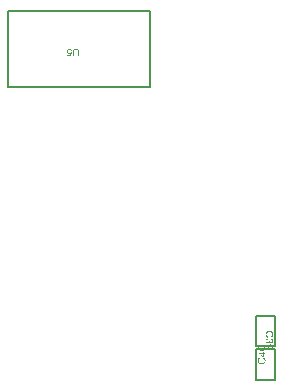
<source format=gbr>
%TF.GenerationSoftware,Altium Limited,Altium Designer,24.7.2 (38)*%
G04 Layer_Color=32896*
%FSLAX45Y45*%
%MOMM*%
%TF.SameCoordinates,313A2AA4-CFAA-4B56-AAC7-ADE98D6BBF51*%
%TF.FilePolarity,Positive*%
%TF.FileFunction,Other,Top_Assembly*%
%TF.Part,Single*%
G01*
G75*
%TA.AperFunction,NonConductor*%
%ADD62C,0.20000*%
G36*
X4767730Y3827732D02*
X4768840D01*
X4770042Y3827640D01*
X4771336Y3827547D01*
X4774294Y3827270D01*
X4777346Y3826807D01*
X4780304Y3826253D01*
X4781691Y3825883D01*
X4783078Y3825421D01*
X4783170D01*
X4783355Y3825328D01*
X4783725Y3825143D01*
X4784187Y3824958D01*
X4784834Y3824773D01*
X4785482Y3824404D01*
X4787053Y3823664D01*
X4788718Y3822739D01*
X4790567Y3821537D01*
X4792231Y3820151D01*
X4793803Y3818486D01*
Y3818394D01*
X4793988Y3818301D01*
X4794173Y3818024D01*
X4794357Y3817654D01*
X4794635Y3817192D01*
X4795005Y3816730D01*
X4795652Y3815343D01*
X4796299Y3813679D01*
X4796946Y3811737D01*
X4797316Y3809426D01*
X4797501Y3806929D01*
Y3806005D01*
X4797408Y3805358D01*
X4797316Y3804618D01*
X4797131Y3803693D01*
X4796946Y3802676D01*
X4796669Y3801567D01*
X4796299Y3800457D01*
X4795929Y3799256D01*
X4795374Y3798054D01*
X4794727Y3796852D01*
X4793988Y3795650D01*
X4793063Y3794448D01*
X4792046Y3793338D01*
X4790937Y3792321D01*
X4790844Y3792229D01*
X4790567Y3792044D01*
X4790104Y3791767D01*
X4789365Y3791304D01*
X4788533Y3790842D01*
X4787423Y3790380D01*
X4786129Y3789733D01*
X4784650Y3789178D01*
X4782985Y3788623D01*
X4781044Y3788068D01*
X4778917Y3787514D01*
X4776513Y3787051D01*
X4773925Y3786589D01*
X4771151Y3786312D01*
X4768100Y3786127D01*
X4764864Y3786034D01*
X4764772D01*
X4764402D01*
X4763755D01*
X4763015D01*
X4761998Y3786127D01*
X4760888D01*
X4759686Y3786219D01*
X4758300Y3786312D01*
X4755433Y3786589D01*
X4752382Y3787051D01*
X4749331Y3787606D01*
X4747945Y3787976D01*
X4746558Y3788346D01*
X4746465D01*
X4746280Y3788438D01*
X4745910Y3788623D01*
X4745448Y3788808D01*
X4744801Y3788993D01*
X4744154Y3789363D01*
X4742582Y3790102D01*
X4740918Y3791027D01*
X4739161Y3792229D01*
X4737405Y3793616D01*
X4735925Y3795280D01*
Y3795372D01*
X4735740Y3795465D01*
X4735555Y3795742D01*
X4735371Y3796112D01*
X4735001Y3796574D01*
X4734723Y3797129D01*
X4733984Y3798516D01*
X4733336Y3800180D01*
X4732689Y3802122D01*
X4732319Y3804433D01*
X4732135Y3806929D01*
Y3807761D01*
X4732227Y3808779D01*
X4732412Y3809980D01*
X4732689Y3811367D01*
X4733059Y3812847D01*
X4733521Y3814418D01*
X4734261Y3815898D01*
Y3815990D01*
X4734353Y3816083D01*
X4734631Y3816545D01*
X4735093Y3817284D01*
X4735740Y3818209D01*
X4736665Y3819226D01*
X4737682Y3820336D01*
X4738884Y3821353D01*
X4740271Y3822370D01*
X4740456Y3822462D01*
X4740918Y3822832D01*
X4741750Y3823202D01*
X4742952Y3823849D01*
X4744339Y3824404D01*
X4745910Y3825143D01*
X4747760Y3825790D01*
X4749794Y3826345D01*
X4749886D01*
X4750071Y3826438D01*
X4750348Y3826530D01*
X4750811Y3826623D01*
X4751365Y3826715D01*
X4752013Y3826807D01*
X4752845Y3826992D01*
X4753769Y3827085D01*
X4754786Y3827270D01*
X4755896Y3827362D01*
X4757190Y3827455D01*
X4758485Y3827640D01*
X4759964Y3827732D01*
X4761443D01*
X4763107Y3827824D01*
X4764864D01*
X4764956D01*
X4765326D01*
X4765973D01*
X4766713D01*
X4767730Y3827732D01*
D02*
G37*
G36*
X4781044Y3769300D02*
X4796391D01*
Y3761441D01*
X4781044D01*
Y3733612D01*
X4773832D01*
X4732412Y3762920D01*
Y3769300D01*
X4773832D01*
Y3777991D01*
X4781044D01*
Y3769300D01*
D02*
G37*
G36*
X4776606Y3728989D02*
X4777161Y3728804D01*
X4777900Y3728527D01*
X4778732Y3728249D01*
X4779749Y3727880D01*
X4780859Y3727417D01*
X4782061Y3726862D01*
X4784650Y3725568D01*
X4787238Y3723904D01*
X4788533Y3722887D01*
X4789827Y3721870D01*
X4790937Y3720760D01*
X4792046Y3719466D01*
X4792138Y3719374D01*
X4792323Y3719189D01*
X4792508Y3718726D01*
X4792878Y3718264D01*
X4793340Y3717524D01*
X4793803Y3716785D01*
X4794265Y3715768D01*
X4794727Y3714751D01*
X4795282Y3713549D01*
X4795744Y3712254D01*
X4796207Y3710868D01*
X4796669Y3709388D01*
X4797039Y3707817D01*
X4797224Y3706152D01*
X4797408Y3704396D01*
X4797501Y3702547D01*
Y3701530D01*
X4797408Y3700790D01*
Y3699958D01*
X4797316Y3698941D01*
X4797131Y3697831D01*
X4796946Y3696537D01*
X4796484Y3693856D01*
X4795744Y3691082D01*
X4794727Y3688308D01*
X4794080Y3687014D01*
X4793340Y3685720D01*
X4793248Y3685627D01*
X4793156Y3685442D01*
X4792878Y3685072D01*
X4792508Y3684703D01*
X4792138Y3684148D01*
X4791584Y3683501D01*
X4790937Y3682761D01*
X4790197Y3682021D01*
X4789365Y3681282D01*
X4788533Y3680450D01*
X4786406Y3678785D01*
X4783910Y3677214D01*
X4781136Y3675827D01*
X4781044D01*
X4780766Y3675642D01*
X4780304Y3675549D01*
X4779749Y3675272D01*
X4779010Y3675087D01*
X4778085Y3674810D01*
X4777068Y3674440D01*
X4775959Y3674163D01*
X4774757Y3673885D01*
X4773370Y3673515D01*
X4770504Y3673053D01*
X4767268Y3672683D01*
X4763939Y3672498D01*
X4763847D01*
X4763477D01*
X4762922D01*
X4762275Y3672591D01*
X4761351D01*
X4760426Y3672683D01*
X4759224Y3672776D01*
X4758022Y3672961D01*
X4755341Y3673423D01*
X4752382Y3674070D01*
X4749424Y3674995D01*
X4746558Y3676289D01*
X4746465Y3676382D01*
X4746188Y3676474D01*
X4745818Y3676659D01*
X4745356Y3677029D01*
X4744709Y3677399D01*
X4743969Y3677861D01*
X4742305Y3679063D01*
X4740456Y3680634D01*
X4738606Y3682484D01*
X4736757Y3684610D01*
X4735186Y3687106D01*
X4735093Y3687199D01*
X4735001Y3687476D01*
X4734816Y3687846D01*
X4734538Y3688308D01*
X4734261Y3689048D01*
X4733984Y3689788D01*
X4733614Y3690712D01*
X4733244Y3691729D01*
X4732874Y3692839D01*
X4732504Y3694041D01*
X4731950Y3696629D01*
X4731487Y3699588D01*
X4731302Y3702639D01*
Y3703564D01*
X4731395Y3704211D01*
X4731487Y3705043D01*
X4731580Y3706060D01*
X4731672Y3707077D01*
X4731950Y3708279D01*
X4732504Y3710775D01*
X4733336Y3713549D01*
X4733891Y3714936D01*
X4734538Y3716230D01*
X4735371Y3717524D01*
X4736203Y3718819D01*
X4736295Y3718911D01*
X4736388Y3719096D01*
X4736665Y3719466D01*
X4737127Y3719928D01*
X4737589Y3720391D01*
X4738237Y3721038D01*
X4738976Y3721685D01*
X4739716Y3722425D01*
X4740641Y3723164D01*
X4741750Y3723904D01*
X4742859Y3724736D01*
X4744061Y3725476D01*
X4745448Y3726123D01*
X4746835Y3726862D01*
X4748314Y3727417D01*
X4749979Y3727972D01*
X4751920Y3719651D01*
X4751828D01*
X4751643Y3719558D01*
X4751273Y3719374D01*
X4750811Y3719189D01*
X4750256Y3719004D01*
X4749516Y3718726D01*
X4748037Y3717987D01*
X4746373Y3717062D01*
X4744709Y3715953D01*
X4743137Y3714566D01*
X4741750Y3713087D01*
X4741565Y3712902D01*
X4741195Y3712347D01*
X4740733Y3711422D01*
X4740086Y3710220D01*
X4739531Y3708649D01*
X4738976Y3706892D01*
X4738606Y3704766D01*
X4738514Y3702454D01*
Y3701714D01*
X4738606Y3701252D01*
Y3700605D01*
X4738699Y3699865D01*
X4738976Y3698109D01*
X4739346Y3696167D01*
X4739993Y3694133D01*
X4740918Y3692007D01*
X4742120Y3690065D01*
Y3689973D01*
X4742305Y3689880D01*
X4742767Y3689233D01*
X4743507Y3688401D01*
X4744616Y3687384D01*
X4746003Y3686182D01*
X4747575Y3685072D01*
X4749516Y3684055D01*
X4751643Y3683131D01*
X4751735D01*
X4751920Y3683038D01*
X4752198Y3682946D01*
X4752660Y3682853D01*
X4753215Y3682669D01*
X4753862Y3682484D01*
X4755433Y3682206D01*
X4757283Y3681836D01*
X4759317Y3681467D01*
X4761536Y3681282D01*
X4763939Y3681189D01*
X4764032D01*
X4764309D01*
X4764772D01*
X4765326D01*
X4765973Y3681282D01*
X4766806D01*
X4767730Y3681374D01*
X4768747Y3681467D01*
X4770966Y3681744D01*
X4773370Y3682206D01*
X4775774Y3682761D01*
X4778178Y3683501D01*
X4778270D01*
X4778455Y3683593D01*
X4778732Y3683778D01*
X4779195Y3683963D01*
X4780304Y3684518D01*
X4781599Y3685350D01*
X4783078Y3686367D01*
X4784650Y3687661D01*
X4786036Y3689140D01*
X4787331Y3690897D01*
Y3690990D01*
X4787423Y3691174D01*
X4787608Y3691452D01*
X4787793Y3691822D01*
X4787978Y3692284D01*
X4788255Y3692839D01*
X4788810Y3694133D01*
X4789365Y3695797D01*
X4789827Y3697646D01*
X4790197Y3699680D01*
X4790289Y3701807D01*
Y3702454D01*
X4790197Y3703009D01*
Y3703656D01*
X4790104Y3704303D01*
X4789735Y3705967D01*
X4789272Y3707909D01*
X4788533Y3709851D01*
X4787516Y3711885D01*
X4786961Y3712902D01*
X4786221Y3713826D01*
X4786129Y3713919D01*
X4786036Y3714011D01*
X4785759Y3714288D01*
X4785482Y3714658D01*
X4785019Y3715028D01*
X4784465Y3715490D01*
X4783910Y3716045D01*
X4783170Y3716507D01*
X4782338Y3717062D01*
X4781414Y3717709D01*
X4780489Y3718264D01*
X4779380Y3718819D01*
X4778178Y3719281D01*
X4776883Y3719743D01*
X4775496Y3720206D01*
X4774017Y3720575D01*
X4776144Y3729081D01*
X4776236D01*
X4776606Y3728989D01*
D02*
G37*
G36*
X4832724Y3952408D02*
X4833649D01*
X4834574Y3952316D01*
X4835775Y3952223D01*
X4836977Y3952039D01*
X4839659Y3951576D01*
X4842617Y3950929D01*
X4845576Y3950005D01*
X4848442Y3948710D01*
X4848534Y3948618D01*
X4848812Y3948525D01*
X4849182Y3948340D01*
X4849644Y3947971D01*
X4850291Y3947601D01*
X4851031Y3947138D01*
X4852695Y3945936D01*
X4854544Y3944365D01*
X4856393Y3942516D01*
X4858242Y3940389D01*
X4859814Y3937893D01*
X4859906Y3937800D01*
X4859999Y3937523D01*
X4860184Y3937153D01*
X4860461Y3936691D01*
X4860739Y3935951D01*
X4861016Y3935212D01*
X4861386Y3934287D01*
X4861756Y3933270D01*
X4862125Y3932161D01*
X4862495Y3930959D01*
X4863050Y3928370D01*
X4863512Y3925411D01*
X4863697Y3922360D01*
Y3921436D01*
X4863605Y3920788D01*
X4863512Y3919956D01*
X4863420Y3918939D01*
X4863327Y3917922D01*
X4863050Y3916720D01*
X4862495Y3914224D01*
X4861663Y3911450D01*
X4861108Y3910064D01*
X4860461Y3908769D01*
X4859629Y3907475D01*
X4858797Y3906180D01*
X4858705Y3906088D01*
X4858612Y3905903D01*
X4858335Y3905533D01*
X4857872Y3905071D01*
X4857410Y3904609D01*
X4856763Y3903961D01*
X4856023Y3903314D01*
X4855284Y3902575D01*
X4854359Y3901835D01*
X4853250Y3901095D01*
X4852140Y3900263D01*
X4850938Y3899524D01*
X4849551Y3898876D01*
X4848165Y3898137D01*
X4846685Y3897582D01*
X4845021Y3897027D01*
X4843079Y3905348D01*
X4843172D01*
X4843357Y3905441D01*
X4843727Y3905626D01*
X4844189Y3905811D01*
X4844744Y3905995D01*
X4845483Y3906273D01*
X4846963Y3907013D01*
X4848627Y3907937D01*
X4850291Y3909047D01*
X4851863Y3910433D01*
X4853250Y3911913D01*
X4853435Y3912098D01*
X4853804Y3912652D01*
X4854267Y3913577D01*
X4854914Y3914779D01*
X4855469Y3916351D01*
X4856023Y3918107D01*
X4856393Y3920234D01*
X4856486Y3922545D01*
Y3923285D01*
X4856393Y3923747D01*
Y3924394D01*
X4856301Y3925134D01*
X4856023Y3926891D01*
X4855653Y3928832D01*
X4855006Y3930866D01*
X4854082Y3932993D01*
X4852880Y3934934D01*
Y3935027D01*
X4852695Y3935119D01*
X4852233Y3935766D01*
X4851493Y3936598D01*
X4850383Y3937615D01*
X4848997Y3938817D01*
X4847425Y3939927D01*
X4845483Y3940944D01*
X4843357Y3941868D01*
X4843264D01*
X4843079Y3941961D01*
X4842802Y3942053D01*
X4842340Y3942146D01*
X4841785Y3942331D01*
X4841138Y3942516D01*
X4839566Y3942793D01*
X4837717Y3943163D01*
X4835683Y3943533D01*
X4833464Y3943718D01*
X4831060Y3943810D01*
X4830968D01*
X4830690D01*
X4830228D01*
X4829673D01*
X4829026Y3943718D01*
X4828194D01*
X4827269Y3943625D01*
X4826252Y3943533D01*
X4824034Y3943255D01*
X4821630Y3942793D01*
X4819226Y3942238D01*
X4816822Y3941499D01*
X4816730D01*
X4816545Y3941406D01*
X4816267Y3941221D01*
X4815805Y3941036D01*
X4814695Y3940482D01*
X4813401Y3939649D01*
X4811922Y3938632D01*
X4810350Y3937338D01*
X4808963Y3935859D01*
X4807669Y3934102D01*
Y3934010D01*
X4807576Y3933825D01*
X4807391Y3933547D01*
X4807207Y3933178D01*
X4807022Y3932715D01*
X4806744Y3932161D01*
X4806190Y3930866D01*
X4805635Y3929202D01*
X4805173Y3927353D01*
X4804803Y3925319D01*
X4804710Y3923192D01*
Y3922545D01*
X4804803Y3921990D01*
Y3921343D01*
X4804895Y3920696D01*
X4805265Y3919032D01*
X4805727Y3917090D01*
X4806467Y3915149D01*
X4807484Y3913115D01*
X4808039Y3912098D01*
X4808778Y3911173D01*
X4808871Y3911081D01*
X4808963Y3910988D01*
X4809241Y3910711D01*
X4809518Y3910341D01*
X4809980Y3909971D01*
X4810535Y3909509D01*
X4811090Y3908954D01*
X4811829Y3908492D01*
X4812661Y3907937D01*
X4813586Y3907290D01*
X4814511Y3906735D01*
X4815620Y3906180D01*
X4816822Y3905718D01*
X4818116Y3905256D01*
X4819503Y3904794D01*
X4820982Y3904424D01*
X4818856Y3895918D01*
X4818764D01*
X4818394Y3896010D01*
X4817839Y3896195D01*
X4817099Y3896473D01*
X4816267Y3896750D01*
X4815250Y3897120D01*
X4814141Y3897582D01*
X4812939Y3898137D01*
X4810350Y3899431D01*
X4807761Y3901095D01*
X4806467Y3902112D01*
X4805173Y3903129D01*
X4804063Y3904239D01*
X4802954Y3905533D01*
X4802861Y3905626D01*
X4802676Y3905811D01*
X4802491Y3906273D01*
X4802121Y3906735D01*
X4801659Y3907475D01*
X4801197Y3908214D01*
X4800735Y3909231D01*
X4800272Y3910248D01*
X4799718Y3911450D01*
X4799255Y3912745D01*
X4798793Y3914132D01*
X4798331Y3915611D01*
X4797961Y3917183D01*
X4797776Y3918847D01*
X4797591Y3920604D01*
X4797499Y3922453D01*
Y3923470D01*
X4797591Y3924209D01*
Y3925041D01*
X4797684Y3926058D01*
X4797868Y3927168D01*
X4798053Y3928462D01*
X4798516Y3931144D01*
X4799255Y3933917D01*
X4800272Y3936691D01*
X4800920Y3937985D01*
X4801659Y3939280D01*
X4801752Y3939372D01*
X4801844Y3939557D01*
X4802121Y3939927D01*
X4802491Y3940297D01*
X4802861Y3940851D01*
X4803416Y3941499D01*
X4804063Y3942238D01*
X4804803Y3942978D01*
X4805635Y3943718D01*
X4806467Y3944550D01*
X4808593Y3946214D01*
X4811090Y3947786D01*
X4813863Y3949172D01*
X4813956D01*
X4814233Y3949357D01*
X4814695Y3949450D01*
X4815250Y3949727D01*
X4815990Y3949912D01*
X4816914Y3950189D01*
X4817931Y3950559D01*
X4819041Y3950837D01*
X4820243Y3951114D01*
X4821630Y3951484D01*
X4824496Y3951946D01*
X4827732Y3952316D01*
X4831060Y3952501D01*
X4831153D01*
X4831522D01*
X4832077D01*
X4832724Y3952408D01*
D02*
G37*
G36*
X4816545Y3880755D02*
X4816452D01*
X4816267Y3880663D01*
X4815897Y3880570D01*
X4815435Y3880478D01*
X4814880Y3880385D01*
X4814233Y3880200D01*
X4812846Y3879738D01*
X4811182Y3879091D01*
X4809610Y3878259D01*
X4808131Y3877334D01*
X4806837Y3876225D01*
X4806744Y3876040D01*
X4806374Y3875670D01*
X4805912Y3874930D01*
X4805450Y3874006D01*
X4804895Y3872896D01*
X4804433Y3871509D01*
X4804063Y3869938D01*
X4803971Y3868273D01*
Y3867719D01*
X4804063Y3867349D01*
X4804155Y3866332D01*
X4804433Y3865037D01*
X4804895Y3863558D01*
X4805542Y3861986D01*
X4806467Y3860415D01*
X4807761Y3858935D01*
X4807946Y3858750D01*
X4808501Y3858288D01*
X4809333Y3857733D01*
X4810442Y3856994D01*
X4811829Y3856254D01*
X4813401Y3855699D01*
X4815250Y3855237D01*
X4817284Y3855052D01*
X4817377D01*
X4817562D01*
X4817839D01*
X4818209Y3855145D01*
X4819226Y3855237D01*
X4820428Y3855515D01*
X4821907Y3855884D01*
X4823386Y3856532D01*
X4824866Y3857456D01*
X4826252Y3858658D01*
X4826437Y3858843D01*
X4826807Y3859305D01*
X4827362Y3860045D01*
X4828009Y3861062D01*
X4828656Y3862356D01*
X4829211Y3863928D01*
X4829581Y3865685D01*
X4829766Y3867626D01*
Y3868458D01*
X4829673Y3869106D01*
X4829581Y3869938D01*
X4829396Y3870862D01*
X4829211Y3871972D01*
X4828934Y3873174D01*
X4835868Y3872249D01*
Y3871787D01*
X4835775Y3871417D01*
Y3870215D01*
X4835960Y3869198D01*
X4836145Y3867996D01*
X4836423Y3866609D01*
X4836885Y3865037D01*
X4837532Y3863558D01*
X4838364Y3861986D01*
Y3861894D01*
X4838457Y3861802D01*
X4838826Y3861339D01*
X4839474Y3860692D01*
X4840306Y3859952D01*
X4841508Y3859213D01*
X4842895Y3858566D01*
X4844466Y3858103D01*
X4845391Y3857918D01*
X4846408D01*
X4846500D01*
X4846593D01*
X4847148D01*
X4847887Y3858103D01*
X4848904Y3858288D01*
X4850014Y3858658D01*
X4851216Y3859120D01*
X4852418Y3859860D01*
X4853527Y3860877D01*
X4853619Y3860969D01*
X4853989Y3861432D01*
X4854452Y3862079D01*
X4855006Y3862911D01*
X4855469Y3864020D01*
X4855931Y3865315D01*
X4856301Y3866794D01*
X4856393Y3868458D01*
Y3869198D01*
X4856208Y3870030D01*
X4856023Y3871140D01*
X4855653Y3872342D01*
X4855191Y3873543D01*
X4854452Y3874838D01*
X4853527Y3876040D01*
X4853435Y3876132D01*
X4852972Y3876502D01*
X4852325Y3877057D01*
X4851401Y3877704D01*
X4850199Y3878351D01*
X4848719Y3878998D01*
X4846963Y3879553D01*
X4844929Y3879923D01*
X4846315Y3887782D01*
X4846408D01*
X4846685Y3887689D01*
X4847055Y3887597D01*
X4847610Y3887504D01*
X4848257Y3887319D01*
X4848997Y3887042D01*
X4850753Y3886487D01*
X4852787Y3885563D01*
X4854821Y3884453D01*
X4856763Y3883066D01*
X4858520Y3881310D01*
X4858612Y3881217D01*
X4858705Y3881032D01*
X4858889Y3880755D01*
X4859167Y3880385D01*
X4859537Y3879923D01*
X4859906Y3879276D01*
X4860276Y3878629D01*
X4860739Y3877796D01*
X4861478Y3875947D01*
X4862218Y3873821D01*
X4862680Y3871324D01*
X4862865Y3870030D01*
Y3867719D01*
X4862773Y3866702D01*
X4862588Y3865500D01*
X4862310Y3864020D01*
X4861848Y3862356D01*
X4861293Y3860692D01*
X4860554Y3859028D01*
Y3858935D01*
X4860461Y3858843D01*
X4860184Y3858288D01*
X4859629Y3857456D01*
X4858982Y3856532D01*
X4858057Y3855422D01*
X4857040Y3854313D01*
X4855838Y3853203D01*
X4854452Y3852279D01*
X4854267Y3852186D01*
X4853804Y3851909D01*
X4852972Y3851539D01*
X4851955Y3851077D01*
X4850753Y3850614D01*
X4849366Y3850245D01*
X4847795Y3849967D01*
X4846223Y3849875D01*
X4846038D01*
X4845483D01*
X4844744Y3849967D01*
X4843727Y3850152D01*
X4842525Y3850429D01*
X4841230Y3850892D01*
X4839936Y3851446D01*
X4838642Y3852186D01*
X4838457Y3852279D01*
X4838087Y3852556D01*
X4837440Y3853111D01*
X4836700Y3853850D01*
X4835868Y3854775D01*
X4834943Y3855884D01*
X4834111Y3857179D01*
X4833279Y3858750D01*
Y3858658D01*
X4833187Y3858473D01*
X4833094Y3858196D01*
X4833002Y3857826D01*
X4832632Y3856809D01*
X4832077Y3855515D01*
X4831338Y3854035D01*
X4830413Y3852556D01*
X4829211Y3851169D01*
X4827824Y3849875D01*
X4827639Y3849782D01*
X4827085Y3849412D01*
X4826160Y3848858D01*
X4824958Y3848303D01*
X4823479Y3847748D01*
X4821722Y3847193D01*
X4819688Y3846824D01*
X4817469Y3846731D01*
X4817377D01*
X4817099D01*
X4816637D01*
X4816082Y3846824D01*
X4815343Y3846916D01*
X4814511Y3847101D01*
X4813586Y3847286D01*
X4812569Y3847471D01*
X4810350Y3848210D01*
X4809148Y3848765D01*
X4808039Y3849320D01*
X4806837Y3850060D01*
X4805635Y3850892D01*
X4804433Y3851816D01*
X4803323Y3852926D01*
X4803231Y3853018D01*
X4803046Y3853203D01*
X4802769Y3853573D01*
X4802399Y3854035D01*
X4801937Y3854590D01*
X4801474Y3855330D01*
X4800920Y3856162D01*
X4800457Y3857179D01*
X4799903Y3858196D01*
X4799348Y3859398D01*
X4798886Y3860600D01*
X4798423Y3861986D01*
X4798053Y3863466D01*
X4797776Y3865037D01*
X4797591Y3866609D01*
X4797499Y3868366D01*
Y3869198D01*
X4797591Y3869753D01*
X4797684Y3870492D01*
X4797776Y3871324D01*
X4797961Y3872249D01*
X4798146Y3873266D01*
X4798701Y3875485D01*
X4799625Y3877796D01*
X4800180Y3878998D01*
X4800827Y3880108D01*
X4801659Y3881217D01*
X4802491Y3882327D01*
X4802584Y3882419D01*
X4802769Y3882604D01*
X4803046Y3882881D01*
X4803416Y3883159D01*
X4803878Y3883621D01*
X4804525Y3884083D01*
X4805173Y3884638D01*
X4806005Y3885193D01*
X4806929Y3885748D01*
X4807854Y3886302D01*
X4810073Y3887319D01*
X4812661Y3888151D01*
X4814048Y3888429D01*
X4815528Y3888614D01*
X4816545Y3880755D01*
D02*
G37*
G36*
X4842802Y3838872D02*
X4843634Y3838780D01*
X4844651Y3838688D01*
X4845668Y3838503D01*
X4846870Y3838225D01*
X4849274Y3837578D01*
X4850568Y3837116D01*
X4851955Y3836561D01*
X4853250Y3835914D01*
X4854452Y3835082D01*
X4855746Y3834250D01*
X4856855Y3833233D01*
X4856948Y3833140D01*
X4857133Y3832955D01*
X4857410Y3832678D01*
X4857780Y3832216D01*
X4858242Y3831661D01*
X4858797Y3830921D01*
X4859259Y3830182D01*
X4859906Y3829257D01*
X4860461Y3828332D01*
X4860923Y3827223D01*
X4861940Y3824727D01*
X4862310Y3823432D01*
X4862588Y3821953D01*
X4862773Y3820474D01*
X4862865Y3818902D01*
Y3818255D01*
X4862773Y3817792D01*
Y3817330D01*
X4862680Y3816683D01*
X4862403Y3815111D01*
X4862033Y3813355D01*
X4861386Y3811413D01*
X4860554Y3809471D01*
X4859444Y3807530D01*
Y3807437D01*
X4859259Y3807345D01*
X4859074Y3807068D01*
X4858797Y3806698D01*
X4858057Y3805773D01*
X4857040Y3804571D01*
X4855653Y3803369D01*
X4853989Y3801982D01*
X4852048Y3800781D01*
X4849829Y3799671D01*
X4849736D01*
X4849551Y3799579D01*
X4849182Y3799394D01*
X4848719Y3799209D01*
X4848072Y3799024D01*
X4847240Y3798747D01*
X4846315Y3798562D01*
X4845298Y3798284D01*
X4844096Y3798007D01*
X4842710Y3797730D01*
X4841230Y3797545D01*
X4839659Y3797360D01*
X4837902Y3797175D01*
X4836053Y3796990D01*
X4834019Y3796897D01*
X4831892D01*
X4831800D01*
X4831338D01*
X4830690D01*
X4829858D01*
X4828841Y3796990D01*
X4827639D01*
X4826252Y3797082D01*
X4824866Y3797267D01*
X4821722Y3797545D01*
X4818394Y3798007D01*
X4815250Y3798654D01*
X4813678Y3799116D01*
X4812292Y3799579D01*
X4812199D01*
X4812014Y3799671D01*
X4811644Y3799856D01*
X4811090Y3800041D01*
X4810535Y3800318D01*
X4809795Y3800688D01*
X4808224Y3801613D01*
X4806467Y3802722D01*
X4804618Y3804017D01*
X4802861Y3805681D01*
X4801289Y3807530D01*
Y3807622D01*
X4801104Y3807807D01*
X4800920Y3808085D01*
X4800735Y3808454D01*
X4800457Y3809009D01*
X4800087Y3809564D01*
X4799718Y3810304D01*
X4799440Y3811043D01*
X4798701Y3812800D01*
X4798053Y3814926D01*
X4797684Y3817238D01*
X4797499Y3819826D01*
Y3820566D01*
X4797591Y3821028D01*
Y3821676D01*
X4797684Y3822415D01*
X4798053Y3824172D01*
X4798516Y3826114D01*
X4799255Y3828148D01*
X4800272Y3830182D01*
X4800920Y3831199D01*
X4801659Y3832123D01*
X4801752Y3832216D01*
X4801844Y3832308D01*
X4802121Y3832585D01*
X4802399Y3832863D01*
X4802861Y3833233D01*
X4803416Y3833695D01*
X4804710Y3834619D01*
X4806374Y3835544D01*
X4808408Y3836469D01*
X4810720Y3837208D01*
X4813401Y3837763D01*
X4814048Y3830182D01*
X4813956D01*
X4813771Y3830089D01*
X4813586D01*
X4813216Y3829997D01*
X4812199Y3829719D01*
X4811090Y3829349D01*
X4809795Y3828887D01*
X4808501Y3828240D01*
X4807299Y3827500D01*
X4806282Y3826576D01*
X4806190Y3826483D01*
X4805912Y3826114D01*
X4805542Y3825466D01*
X4805173Y3824727D01*
X4804710Y3823710D01*
X4804340Y3822508D01*
X4804063Y3821121D01*
X4803971Y3819642D01*
Y3818994D01*
X4804063Y3818347D01*
X4804155Y3817515D01*
X4804340Y3816498D01*
X4804618Y3815481D01*
X4804988Y3814372D01*
X4805542Y3813355D01*
X4805635Y3813262D01*
X4805820Y3812892D01*
X4806190Y3812338D01*
X4806744Y3811783D01*
X4807391Y3811043D01*
X4808131Y3810304D01*
X4808963Y3809564D01*
X4809980Y3808824D01*
X4810073Y3808732D01*
X4810535Y3808547D01*
X4811182Y3808177D01*
X4812014Y3807807D01*
X4813124Y3807345D01*
X4814418Y3806883D01*
X4815897Y3806420D01*
X4817562Y3805958D01*
X4817654D01*
X4817747Y3805866D01*
X4818024D01*
X4818394Y3805773D01*
X4819318Y3805588D01*
X4820520Y3805311D01*
X4821999Y3805126D01*
X4823571Y3804941D01*
X4825328Y3804849D01*
X4827177Y3804756D01*
X4827269D01*
X4827547D01*
X4828009D01*
X4828749D01*
X4828564Y3804849D01*
X4828102Y3805218D01*
X4827454Y3805773D01*
X4826530Y3806420D01*
X4825605Y3807345D01*
X4824588Y3808454D01*
X4823571Y3809749D01*
X4822647Y3811228D01*
X4822554Y3811413D01*
X4822277Y3811968D01*
X4821907Y3812800D01*
X4821537Y3813817D01*
X4821075Y3815204D01*
X4820705Y3816683D01*
X4820428Y3818347D01*
X4820335Y3820104D01*
Y3820844D01*
X4820428Y3821398D01*
X4820520Y3822138D01*
X4820613Y3822878D01*
X4820798Y3823802D01*
X4821075Y3824727D01*
X4821722Y3826853D01*
X4822184Y3827963D01*
X4822739Y3829072D01*
X4823386Y3830274D01*
X4824218Y3831383D01*
X4825051Y3832493D01*
X4826068Y3833510D01*
X4826160Y3833602D01*
X4826345Y3833787D01*
X4826622Y3833972D01*
X4827085Y3834342D01*
X4827732Y3834804D01*
X4828379Y3835267D01*
X4829211Y3835729D01*
X4830136Y3836191D01*
X4831153Y3836746D01*
X4832262Y3837208D01*
X4833556Y3837671D01*
X4834851Y3838133D01*
X4836330Y3838503D01*
X4837902Y3838688D01*
X4839474Y3838872D01*
X4841230Y3838965D01*
X4841323D01*
X4841693D01*
X4842155D01*
X4842802Y3838872D01*
D02*
G37*
G36*
X3138749Y6342408D02*
X3139489Y6342316D01*
X3140321Y6342224D01*
X3141338Y6342131D01*
X3142355Y6341854D01*
X3144666Y6341299D01*
X3146978Y6340467D01*
X3148180Y6339912D01*
X3149382Y6339265D01*
X3150491Y6338525D01*
X3151601Y6337693D01*
X3151693Y6337601D01*
X3151878Y6337508D01*
X3152063Y6337138D01*
X3152433Y6336769D01*
X3152895Y6336306D01*
X3153357Y6335752D01*
X3153912Y6335012D01*
X3154374Y6334180D01*
X3154929Y6333348D01*
X3155484Y6332331D01*
X3156501Y6330112D01*
X3157333Y6327523D01*
X3157610Y6326136D01*
X3157795Y6324657D01*
X3149566Y6324010D01*
Y6324102D01*
Y6324287D01*
X3149474Y6324564D01*
X3149382Y6325027D01*
X3149104Y6326044D01*
X3148734Y6327431D01*
X3148180Y6328817D01*
X3147440Y6330389D01*
X3146515Y6331776D01*
X3145406Y6333070D01*
X3145221Y6333163D01*
X3144851Y6333533D01*
X3144112Y6333995D01*
X3143095Y6334550D01*
X3141985Y6335104D01*
X3140598Y6335567D01*
X3139026Y6335937D01*
X3137270Y6336029D01*
X3136715D01*
X3136345Y6335937D01*
X3135236Y6335844D01*
X3133941Y6335474D01*
X3132370Y6335012D01*
X3130798Y6334272D01*
X3129134Y6333163D01*
X3128394Y6332516D01*
X3127654Y6331776D01*
X3127562Y6331684D01*
X3127469Y6331591D01*
X3127285Y6331314D01*
X3127007Y6331036D01*
X3126360Y6330019D01*
X3125620Y6328725D01*
X3124973Y6327153D01*
X3124326Y6325212D01*
X3123864Y6322900D01*
X3123679Y6321698D01*
Y6320404D01*
Y6320311D01*
Y6320127D01*
Y6319757D01*
X3123771Y6319294D01*
Y6318740D01*
X3123864Y6318093D01*
X3124141Y6316613D01*
X3124603Y6314857D01*
X3125251Y6313100D01*
X3126175Y6311436D01*
X3127469Y6309864D01*
Y6309771D01*
X3127654Y6309679D01*
X3128117Y6309217D01*
X3128949Y6308570D01*
X3130058Y6307830D01*
X3131538Y6307183D01*
X3133202Y6306536D01*
X3135143Y6306073D01*
X3136253Y6305888D01*
X3138009D01*
X3138749Y6305981D01*
X3139674Y6306073D01*
X3140783Y6306351D01*
X3141893Y6306628D01*
X3143095Y6307090D01*
X3144296Y6307645D01*
X3144389Y6307737D01*
X3144759Y6307922D01*
X3145313Y6308385D01*
X3146053Y6308847D01*
X3146793Y6309494D01*
X3147532Y6310326D01*
X3148365Y6311158D01*
X3149012Y6312175D01*
X3156408Y6311158D01*
X3150214Y6278244D01*
X3118409D01*
Y6285733D01*
X3144019D01*
X3147440Y6303022D01*
X3147348Y6302930D01*
X3147163Y6302837D01*
X3146885Y6302652D01*
X3146423Y6302375D01*
X3145868Y6302098D01*
X3145221Y6301728D01*
X3143742Y6300988D01*
X3141893Y6300249D01*
X3139859Y6299601D01*
X3137640Y6299139D01*
X3136530Y6298954D01*
X3134496D01*
X3133941Y6299047D01*
X3133202Y6299139D01*
X3132370Y6299231D01*
X3131445Y6299416D01*
X3130428Y6299694D01*
X3128209Y6300341D01*
X3127007Y6300803D01*
X3125805Y6301450D01*
X3124603Y6302098D01*
X3123401Y6302837D01*
X3122292Y6303762D01*
X3121182Y6304779D01*
X3121090Y6304871D01*
X3120905Y6305056D01*
X3120628Y6305334D01*
X3120258Y6305796D01*
X3119796Y6306443D01*
X3119333Y6307090D01*
X3118779Y6307922D01*
X3118224Y6308847D01*
X3117762Y6309864D01*
X3117207Y6310973D01*
X3116745Y6312268D01*
X3116282Y6313562D01*
X3115912Y6314949D01*
X3115635Y6316521D01*
X3115450Y6318093D01*
X3115358Y6319757D01*
Y6319849D01*
Y6320127D01*
Y6320589D01*
X3115450Y6321236D01*
X3115543Y6321976D01*
X3115635Y6322808D01*
X3115820Y6323825D01*
X3116005Y6324842D01*
X3116560Y6327246D01*
X3117484Y6329742D01*
X3118039Y6331036D01*
X3118779Y6332238D01*
X3119518Y6333533D01*
X3120443Y6334735D01*
X3120535Y6334827D01*
X3120720Y6335104D01*
X3121090Y6335474D01*
X3121552Y6335937D01*
X3122199Y6336491D01*
X3122939Y6337231D01*
X3123864Y6337878D01*
X3124881Y6338618D01*
X3125990Y6339357D01*
X3127285Y6340005D01*
X3128671Y6340652D01*
X3130151Y6341299D01*
X3131722Y6341761D01*
X3133479Y6342131D01*
X3135328Y6342408D01*
X3137270Y6342501D01*
X3138102D01*
X3138749Y6342408D01*
D02*
G37*
G36*
X3195240D02*
X3195979D01*
X3196904Y6342316D01*
X3197921Y6342224D01*
X3198938Y6342131D01*
X3201249Y6341761D01*
X3203746Y6341207D01*
X3206150Y6340467D01*
X3208461Y6339450D01*
X3208553D01*
X3208738Y6339265D01*
X3209016Y6339080D01*
X3209386Y6338895D01*
X3210403Y6338155D01*
X3211604Y6337138D01*
X3212991Y6335844D01*
X3214286Y6334365D01*
X3215580Y6332516D01*
X3216597Y6330482D01*
Y6330389D01*
X3216690Y6330204D01*
X3216782Y6329834D01*
X3216967Y6329372D01*
X3217152Y6328817D01*
X3217337Y6328078D01*
X3217614Y6327246D01*
X3217799Y6326229D01*
X3217984Y6325119D01*
X3218261Y6323917D01*
X3218446Y6322623D01*
X3218631Y6321236D01*
X3218816Y6319664D01*
X3218908Y6318000D01*
X3219001Y6316243D01*
Y6314394D01*
Y6277412D01*
X3210495D01*
Y6314394D01*
Y6314487D01*
Y6314764D01*
Y6315226D01*
Y6315781D01*
X3210403Y6316428D01*
Y6317260D01*
X3210310Y6319017D01*
X3210125Y6321051D01*
X3209848Y6323085D01*
X3209478Y6325027D01*
X3209293Y6325859D01*
X3209016Y6326691D01*
X3208923Y6326876D01*
X3208738Y6327338D01*
X3208276Y6327985D01*
X3207721Y6328910D01*
X3207074Y6329834D01*
X3206150Y6330851D01*
X3205040Y6331868D01*
X3203746Y6332701D01*
X3203561Y6332793D01*
X3203098Y6333070D01*
X3202266Y6333348D01*
X3201157Y6333718D01*
X3199863Y6334180D01*
X3198198Y6334457D01*
X3196442Y6334735D01*
X3194500Y6334827D01*
X3193576D01*
X3193021Y6334735D01*
X3192189D01*
X3191357Y6334642D01*
X3189323Y6334272D01*
X3187104Y6333810D01*
X3184977Y6333070D01*
X3182943Y6332053D01*
X3182019Y6331406D01*
X3181186Y6330667D01*
X3181094Y6330574D01*
X3181002Y6330482D01*
X3180817Y6330204D01*
X3180539Y6329834D01*
X3180262Y6329280D01*
X3179892Y6328725D01*
X3179522Y6327893D01*
X3179152Y6327061D01*
X3178783Y6326044D01*
X3178505Y6324842D01*
X3178135Y6323455D01*
X3177858Y6321976D01*
X3177581Y6320311D01*
X3177396Y6318555D01*
X3177211Y6316521D01*
Y6314394D01*
Y6277412D01*
X3168705D01*
Y6314394D01*
Y6314487D01*
Y6314857D01*
Y6315319D01*
Y6315966D01*
X3168797Y6316798D01*
Y6317723D01*
X3168890Y6318832D01*
X3168982Y6319942D01*
X3169260Y6322438D01*
X3169629Y6325027D01*
X3170184Y6327523D01*
X3170554Y6328725D01*
X3170924Y6329834D01*
Y6329927D01*
X3171016Y6330112D01*
X3171201Y6330389D01*
X3171386Y6330759D01*
X3171941Y6331776D01*
X3172773Y6333070D01*
X3173882Y6334550D01*
X3175177Y6336029D01*
X3176841Y6337601D01*
X3178875Y6338988D01*
X3178967D01*
X3179152Y6339172D01*
X3179430Y6339265D01*
X3179892Y6339542D01*
X3180447Y6339820D01*
X3181186Y6340097D01*
X3181926Y6340374D01*
X3182851Y6340744D01*
X3183868Y6341114D01*
X3184977Y6341391D01*
X3186179Y6341669D01*
X3187566Y6341946D01*
X3188953Y6342131D01*
X3190432Y6342316D01*
X3193760Y6342501D01*
X3194593D01*
X3195240Y6342408D01*
D02*
G37*
%LPC*%
G36*
X4767730Y3819781D02*
X4764864D01*
X4764772D01*
X4764679D01*
X4764217D01*
X4763385D01*
X4762275Y3819688D01*
X4761073D01*
X4759594Y3819596D01*
X4758022Y3819503D01*
X4756266Y3819318D01*
X4752752Y3818856D01*
X4750996Y3818579D01*
X4749331Y3818209D01*
X4747760Y3817839D01*
X4746280Y3817284D01*
X4744986Y3816730D01*
X4743876Y3816083D01*
X4743784D01*
X4743692Y3815898D01*
X4743414Y3815713D01*
X4743044Y3815435D01*
X4742212Y3814603D01*
X4741195Y3813586D01*
X4740271Y3812199D01*
X4739439Y3810628D01*
X4739069Y3809796D01*
X4738791Y3808871D01*
X4738699Y3807854D01*
X4738606Y3806837D01*
Y3806282D01*
X4738699Y3805912D01*
X4738884Y3804895D01*
X4739161Y3803693D01*
X4739716Y3802307D01*
X4740548Y3800827D01*
X4741103Y3800088D01*
X4741658Y3799348D01*
X4742397Y3798701D01*
X4743229Y3798054D01*
X4743322D01*
X4743507Y3797869D01*
X4743876Y3797684D01*
X4744339Y3797406D01*
X4745078Y3797129D01*
X4745910Y3796759D01*
X4746928Y3796482D01*
X4748129Y3796112D01*
X4749516Y3795742D01*
X4751088Y3795372D01*
X4752845Y3795003D01*
X4754786Y3794725D01*
X4757005Y3794448D01*
X4759409Y3794263D01*
X4761998Y3794170D01*
X4764864Y3794078D01*
X4765049D01*
X4765511D01*
X4766343D01*
X4767453Y3794170D01*
X4768655D01*
X4770134Y3794263D01*
X4771706Y3794355D01*
X4773370Y3794540D01*
X4776976Y3795003D01*
X4778732Y3795280D01*
X4780397Y3795650D01*
X4781968Y3796020D01*
X4783448Y3796574D01*
X4784742Y3797129D01*
X4785851Y3797776D01*
X4785944D01*
X4786036Y3797961D01*
X4786684Y3798423D01*
X4787516Y3799256D01*
X4788440Y3800273D01*
X4789365Y3801659D01*
X4790197Y3803231D01*
X4790844Y3804988D01*
X4790937Y3805912D01*
X4791029Y3806929D01*
Y3807484D01*
X4790937Y3807854D01*
X4790752Y3808779D01*
X4790382Y3810073D01*
X4789735Y3811460D01*
X4788810Y3813031D01*
X4788255Y3813771D01*
X4787516Y3814511D01*
X4786776Y3815250D01*
X4785851Y3815990D01*
X4785759D01*
X4785574Y3816175D01*
X4785297Y3816360D01*
X4784834Y3816545D01*
X4784187Y3816915D01*
X4783355Y3817192D01*
X4782431Y3817562D01*
X4781321Y3817932D01*
X4779934Y3818209D01*
X4778455Y3818579D01*
X4776698Y3818949D01*
X4774849Y3819226D01*
X4772630Y3819411D01*
X4770319Y3819596D01*
X4767730Y3819781D01*
D02*
G37*
G36*
X4773832Y3761441D02*
X4745171D01*
X4773832Y3741286D01*
Y3761441D01*
D02*
G37*
G36*
X4840953Y3830921D02*
X4840861D01*
X4840676D01*
X4840398D01*
X4839936Y3830829D01*
X4839381D01*
X4838826Y3830736D01*
X4837440Y3830459D01*
X4835868Y3829997D01*
X4834204Y3829442D01*
X4832539Y3828517D01*
X4831060Y3827315D01*
X4830875Y3827131D01*
X4830505Y3826668D01*
X4829858Y3825836D01*
X4829211Y3824819D01*
X4828471Y3823432D01*
X4827824Y3821861D01*
X4827454Y3820104D01*
X4827269Y3818162D01*
Y3817608D01*
X4827362Y3817238D01*
X4827454Y3816221D01*
X4827732Y3815019D01*
X4828194Y3813539D01*
X4828841Y3812060D01*
X4829766Y3810581D01*
X4831060Y3809194D01*
X4831245Y3809009D01*
X4831800Y3808639D01*
X4832632Y3808085D01*
X4833834Y3807345D01*
X4835313Y3806698D01*
X4837070Y3806143D01*
X4839196Y3805773D01*
X4841600Y3805588D01*
X4841693D01*
X4841878D01*
X4842247D01*
X4842710Y3805681D01*
X4843357D01*
X4844004Y3805773D01*
X4845483Y3806051D01*
X4847240Y3806420D01*
X4849089Y3807068D01*
X4850846Y3807992D01*
X4852418Y3809194D01*
X4852510D01*
X4852602Y3809379D01*
X4853065Y3809841D01*
X4853712Y3810581D01*
X4854452Y3811598D01*
X4855099Y3812892D01*
X4855746Y3814372D01*
X4856208Y3816036D01*
X4856393Y3816960D01*
Y3818440D01*
X4856301Y3818809D01*
X4856208Y3819826D01*
X4855838Y3821028D01*
X4855376Y3822508D01*
X4854544Y3824079D01*
X4853527Y3825651D01*
X4852787Y3826391D01*
X4852048Y3827131D01*
X4851955D01*
X4851863Y3827315D01*
X4851585Y3827500D01*
X4851308Y3827685D01*
X4850383Y3828332D01*
X4849089Y3828980D01*
X4847517Y3829719D01*
X4845576Y3830366D01*
X4843357Y3830736D01*
X4840953Y3830921D01*
D02*
G37*
%LPD*%
D62*
X4720000Y3541893D02*
X4875000D01*
Y3803106D01*
X4720000D02*
X4875000D01*
X4720000Y3541893D02*
Y3803106D01*
X4875000Y3821894D02*
Y4083107D01*
X4720000Y3821894D02*
X4875000D01*
X4720000D02*
Y4083107D01*
X4875000D01*
X2616500Y6020000D02*
X3821500D01*
X2616500D02*
Y6665000D01*
X3821500D01*
Y6020000D02*
Y6665000D01*
%TF.MD5,32d3f2c5a3b4d4999a48d8f85a7ea93e*%
M02*

</source>
